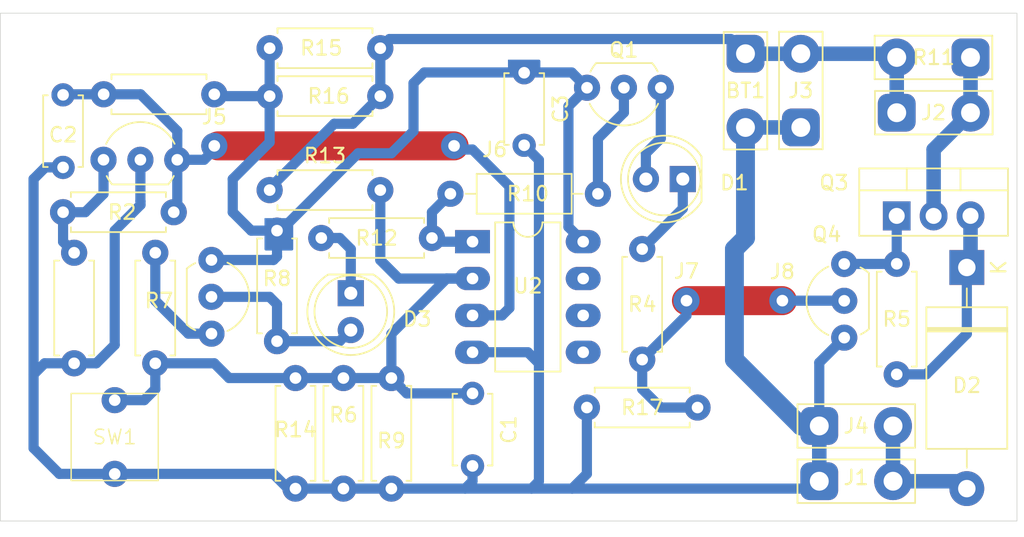
<source format=kicad_pcb>
(kicad_pcb (version 20240108) (generator "pcbnew") (generator_version "8.0")
  (layers (0 "F.Cu" signal) (31 "B.Cu" signal) (34 "B.Paste" user) (35 "F.Paste" user) (36 "B.SilkS" user "B.Silkscreen") (37 "F.SilkS" user "F.Silkscreen") (38 "B.Mask" user) (39 "F.Mask" user) (44 "Edge.Cuts" user))
  (net 0 "")
  (net 1 "+BATT")
  (net 2 "GND")
  (net 3 "Net-(U2A--)")
  (net 4 "/Vref")
  (net 5 "Net-(D1-K)")
  (net 6 "Net-(D1-A)")
  (net 7 "Net-(D2-K)")
  (net 8 "Net-(D2-A)")
  (net 9 "Net-(D3-K)")
  (net 10 "Net-(D3-A)")
  (net 11 "Net-(Q1-B)")
  (net 12 "Net-(Q2-C)")
  (net 13 "Net-(Q3-G)")
  (net 14 "Net-(J2-Pin_2)")
  (net 15 "/Q4_base")
  (net 16 "Net-(U1-REF)")
  (net 17 "Net-(R10-Pad1)")
  (net 21 "VCC_FILT")
  (footprint "Resistor_THT:R_Axial_DIN0207_L6.3mm_D2.5mm_P7.62mm_Horizontal" (layer "F.Cu") (at 145.796 44.577 180)
    (property "Reference" "R16" (at 3.556 0 180) (layer "F.SilkS"))
    (property "Value" "optional")
    (fp_line (start 7.08 1.37) (end 7.08 1.04) (stroke (width 0.12)) (layer "F.SilkS"))
    (fp_line (start 7.08 -1.37) (end 7.08 -1.04) (stroke (width 0.12)) (layer "F.SilkS"))
    (fp_line (start 0.54 1.37) (end 7.08 1.37) (stroke (width 0.12)) (layer "F.SilkS"))
    (fp_line (start 0.54 1.04) (end 0.54 1.37) (stroke (width 0.12)) (layer "F.SilkS"))
    (fp_line (start 0.54 -1.04) (end 0.54 -1.37) (stroke (width 0.12)) (layer "F.SilkS"))
    (fp_line (start 0.54 -1.37) (end 7.08 -1.37) (stroke (width 0.12)) (layer "F.SilkS"))
    (pad "1" thru_hole circle (at 0 0 180) (size 1.8 1.8) (drill 0.8) (layers "*.Cu" "*.Mask") (net 1 "+BATT"))
    (pad "2" thru_hole circle (at 7.62 0 180) (size 1.8 1.8) (drill 0.8) (layers "*.Cu" "*.Mask") (net 21 "VCC_FILT"))
  )
  (footprint "TestPoint:TestPoint_2Pads_Pitch5.08mm_Drill1.3mm" (layer "F.Cu") (at 181.356 45.72)
    (property "Reference" "J2" (at 2.54 0 0) (layer "F.SilkS"))
    (property "Value" "Conn_01x02_Pin")
    (fp_line (start -1.5 -1.5) (end -1.5 1.5) (stroke (width 0.12)) (layer "F.SilkS"))
    (fp_line (start -1.5 -1.5) (end 6.6 -1.5) (stroke (width 0.12)) (layer "F.SilkS"))
    (fp_line (start 6.6 1.5) (end -1.5 1.5) (stroke (width 0.12)) (layer "F.SilkS"))
    (fp_line (start 6.6 1.5) (end 6.6 -1.5) (stroke (width 0.12)) (layer "F.SilkS"))
    (pad "1" thru_hole roundrect (at 0 0) (size 2.6 2.6) (drill 1.3) (layers "*.Cu" "*.Mask") (net 1 "+BATT"))
    (pad "2" thru_hole circle (at 5.08 0) (size 2.6 2.6) (drill 1.3) (layers "*.Cu" "*.Mask") (net 14 "Net-(J2-Pin_2)"))
  )
  (footprint "TestPoint:TestPoint_2Pads_Pitch5.08mm_Drill1.3mm" (layer "F.Cu") (at 174.752 46.736 90)
    (property "Reference" "J3" (at 2.54 0 0) (layer "F.SilkS"))
    (property "Value" "Conn_01x02_Pin")
    (fp_line (start -1.5 -1.5) (end 6.6 -1.5) (stroke (width 0.12)) (layer "F.SilkS"))
    (fp_line (start -1.5 -1.5) (end -1.5 1.5) (stroke (width 0.12)) (layer "F.SilkS"))
    (fp_line (start 6.6 1.5) (end 6.6 -1.5) (stroke (width 0.12)) (layer "F.SilkS"))
    (fp_line (start 6.6 1.5) (end -1.5 1.5) (stroke (width 0.12)) (layer "F.SilkS"))
    (pad "1" thru_hole roundrect (at 0 0 90) (size 2.6 2.6) (drill 1.3) (layers "*.Cu" "*.Mask") (net 2 "GND"))
    (pad "2" thru_hole circle (at 5.08 0 90) (size 2.6 2.6) (drill 1.3) (layers "*.Cu" "*.Mask") (net 1 "+BATT"))
  )
  (footprint "Connector_Wire:SolderWire-0.1sqmm_1x01_D0.4mm_OD1mm" (layer "F.Cu") (at 166.878 58.674 90)
    (property "Reference" "J7" (at 2.032 0 180) (layer "F.SilkS"))
    (property "Value" "Conn_01x01_Pin")
    (pad "1" thru_hole circle (at 0 0 90) (size 1.8 1.8) (drill 0.8) (layers "*.Cu" "*.Mask") (net 15 "/Q4_base"))
  )
  (footprint "Package_TO_SOT_THT:TO-92L_Inline_Wide" (layer "F.Cu") (at 177.742 61.224 90)
    (property "Reference" "Q4" (at 7.122 -1.212 0) (layer "F.SilkS"))
    (property "Value" "Q_NPN_EBC")
    (fp_line (start 0.6 1.7) (end 4.45 1.7) (stroke (width 0.12)) (layer "F.SilkS"))
    (fp_arc (start 2.54 -2.6) (mid 3.936979 -2.192818) (end 4.8964 -1.098807) (stroke (width 0.12)) (layer "F.SilkS"))
    (fp_arc (start 0.1836 -1.098807) (mid 1.143021 -2.192817) (end 2.54 -2.6) (stroke (width 0.12)) (layer "F.SilkS"))
    (fp_arc (start 4.842383 1.112264) (mid 4.666594 1.419753) (end 4.45 1.7) (stroke (width 0.12)) (layer "F.SilkS"))
    (fp_arc (start 0.6 1.7) (mid 0.389183 1.423933) (end 0.217369 1.122045) (stroke (width 0.12)) (layer "F.SilkS"))
    (pad "1" thru_hole circle (at 0 0 90) (size 1.8 1.8) (drill 0.8) (layers "*.Cu" "*.Mask") (net 2 "GND"))
    (pad "2" thru_hole circle (at 2.54 0 90) (size 1.8 1.8) (drill 0.8) (layers "*.Cu" "*.Mask") (net 15 "/Q4_base"))
    (pad "3" thru_hole circle (at 5.08 0 90) (size 1.8 1.8) (drill 0.8) (layers "*.Cu" "*.Mask") (net 13 "Net-(Q3-G)"))
  )
  (footprint "Resistor_THT:R_Axial_DIN0207_L6.3mm_D2.5mm_P7.62mm_Horizontal" (layer "F.Cu") (at 143.256 64.008 -90)
    (property "Reference" "R6" (at 2.54 0 180) (layer "F.SilkS"))
    (property "Value" "150k")
    (fp_line (start 0.54 1.37) (end 7.08 1.37) (stroke (width 0.12)) (layer "F.SilkS"))
    (fp_line (start 7.08 1.37) (end 7.08 1.04) (stroke (width 0.12)) (layer "F.SilkS"))
    (fp_line (start 0.54 1.04) (end 0.54 1.37) (stroke (width 0.12)) (layer "F.SilkS"))
    (fp_line (start 0.54 -1.04) (end 0.54 -1.37) (stroke (width 0.12)) (layer "F.SilkS"))
    (fp_line (start 0.54 -1.37) (end 7.08 -1.37) (stroke (width 0.12)) (layer "F.SilkS"))
    (fp_line (start 7.08 -1.37) (end 7.08 -1.04) (stroke (width 0.12)) (layer "F.SilkS"))
    (pad "1" thru_hole circle (at 0 0 270) (size 1.8 1.8) (drill 0.8) (layers "*.Cu" "*.Mask") (net 3 "Net-(U2A--)"))
    (pad "2" thru_hole circle (at 7.62 0 270) (size 1.8 1.8) (drill 0.8) (layers "*.Cu" "*.Mask") (net 2 "GND"))
  )
  (footprint "Capacitor_THT:C_Disc_D4.7mm_W2.5mm_P5.00mm" (layer "F.Cu") (at 152.146 65.064 -90)
    (property "Reference" "C1" (at 2.5 -2.5 -90) (layer "F.SilkS"))
    (property "Value" "47n")
    (fp_line (start 0.03 1.37) (end 4.97 1.37) (stroke (width 0.12)) (layer "F.SilkS"))
    (fp_line (start 0.03 1.055) (end 0.03 1.37) (stroke (width 0.12)) (layer "F.SilkS"))
    (fp_line (start 4.97 1.055) (end 4.97 1.37) (stroke (width 0.12)) (layer "F.SilkS"))
    (fp_line (start 0.03 -1.37) (end 0.03 -1.055) (stroke (width 0.12)) (layer "F.SilkS"))
    (fp_line (start 0.03 -1.37) (end 4.97 -1.37) (stroke (width 0.12)) (layer "F.SilkS"))
    (fp_line (start 4.97 -1.37) (end 4.97 -1.055) (stroke (width 0.12)) (layer "F.SilkS"))
    (pad "1" thru_hole circle (at 0 0 270) (size 1.6 1.6) (drill 0.8) (layers "*.Cu" "*.Mask") (net 3 "Net-(U2A--)"))
    (pad "2" thru_hole circle (at 5 0 270) (size 1.6 1.6) (drill 0.8) (layers "*.Cu" "*.Mask") (net 2 "GND"))
  )
  (footprint "Resistor_THT:R_Axial_DIN0207_L6.3mm_D2.5mm_P7.62mm_Horizontal" (layer "F.Cu") (at 130.302 55.372 -90)
    (property "Reference" "R7" (at 3.302 -0.254 180) (layer "F.SilkS"))
    (property "Value" "22k")
    (fp_line (start 0.54 1.37) (end 7.08 1.37) (stroke (width 0.12)) (layer "F.SilkS"))
    (fp_line (start 7.08 1.37) (end 7.08 1.04) (stroke (width 0.12)) (layer "F.SilkS"))
    (fp_line (start 0.54 1.04) (end 0.54 1.37) (stroke (width 0.12)) (layer "F.SilkS"))
    (fp_line (start 0.54 -1.04) (end 0.54 -1.37) (stroke (width 0.12)) (layer "F.SilkS"))
    (fp_line (start 0.54 -1.37) (end 7.08 -1.37) (stroke (width 0.12)) (layer "F.SilkS"))
    (fp_line (start 7.08 -1.37) (end 7.08 -1.04) (stroke (width 0.12)) (layer "F.SilkS"))
    (pad "1" thru_hole circle (at 0 0 270) (size 1.8 1.8) (drill 0.8) (layers "*.Cu" "*.Mask") (net 12 "Net-(Q2-C)"))
    (pad "2" thru_hole circle (at 7.62 0 270) (size 1.8 1.8) (drill 0.8) (layers "*.Cu" "*.Mask") (net 3 "Net-(U2A--)"))
  )
  (footprint "TestPoint:TestPoint_2Pads_Pitch5.08mm_Drill1.3mm" (layer "F.Cu") (at 170.942 41.656 -90)
    (property "Reference" "BT1" (at 2.54 0 180) (layer "F.SilkS"))
    (property "Value" "Battery")
    (fp_line (start 6.6 1.5) (end -1.5 1.5) (stroke (width 0.12)) (layer "F.SilkS"))
    (fp_line (start 6.6 1.5) (end 6.6 -1.5) (stroke (width 0.12)) (layer "F.SilkS"))
    (fp_line (start -1.5 -1.5) (end -1.5 1.5) (stroke (width 0.12)) (layer "F.SilkS"))
    (fp_line (start -1.5 -1.5) (end 6.6 -1.5) (stroke (width 0.12)) (layer "F.SilkS"))
    (pad "1" thru_hole roundrect (at 0 0 270) (size 2.6 2.6) (drill 1.3) (layers "*.Cu" "*.Mask") (net 1 "+BATT"))
    (pad "2" thru_hole circle (at 5.08 0 270) (size 2.6 2.6) (drill 1.3) (layers "*.Cu" "*.Mask") (net 2 "GND"))
  )
  (footprint "Resistor_THT:R_Axial_DIN0207_L6.3mm_D2.5mm_P7.62mm_Horizontal" (layer "F.Cu") (at 149.352 54.356 180)
    (property "Reference" "R12" (at 3.81 0 180) (layer "F.SilkS"))
    (property "Value" "5.1k")
    (fp_line (start 7.08 1.37) (end 7.08 1.04) (stroke (width 0.12)) (layer "F.SilkS"))
    (fp_line (start 7.08 -1.37) (end 7.08 -1.04) (stroke (width 0.12)) (layer "F.SilkS"))
    (fp_line (start 0.54 1.37) (end 7.08 1.37) (stroke (width 0.12)) (layer "F.SilkS"))
    (fp_line (start 0.54 1.04) (end 0.54 1.37) (stroke (width 0.12)) (layer "F.SilkS"))
    (fp_line (start 0.54 -1.04) (end 0.54 -1.37) (stroke (width 0.12)) (layer "F.SilkS"))
    (fp_line (start 0.54 -1.37) (end 7.08 -1.37) (stroke (width 0.12)) (layer "F.SilkS"))
    (pad "1" thru_hole circle (at 0 0 180) (size 1.8 1.8) (drill 0.8) (layers "*.Cu" "*.Mask") (net 17 "Net-(R10-Pad1)"))
    (pad "2" thru_hole circle (at 7.62 0 180) (size 1.8 1.8) (drill 0.8) (layers "*.Cu" "*.Mask") (net 9 "Net-(D3-K)"))
  )
  (footprint "Package_TO_SOT_THT:TO-92L_Inline_Wide" (layer "F.Cu") (at 126.736 48.964)
    (property "Reference" "U1" (hide yes))
    (property "Value" "TL431LP")
    (fp_line (start 0.6 1.7) (end 4.45 1.7) (stroke (width 0.12)) (layer "F.SilkS"))
    (fp_arc (start 0.1836 -1.098807) (mid 1.143021 -2.192817) (end 2.54 -2.6) (stroke (width 0.12)) (layer "F.SilkS"))
    (fp_arc (start 0.6 1.7) (mid 0.389183 1.423933) (end 0.217369 1.122045) (stroke (width 0.12)) (layer "F.SilkS"))
    (fp_arc (start 2.54 -2.6) (mid 3.936979 -2.192818) (end 4.8964 -1.098807) (stroke (width 0.12)) (layer "F.SilkS"))
    (fp_arc (start 4.842383 1.112264) (mid 4.666594 1.419753) (end 4.45 1.7) (stroke (width 0.12)) (layer "F.SilkS"))
    (pad "1" thru_hole circle (at 0 0) (size 1.8 1.8) (drill 0.8) (layers "*.Cu" "*.Mask") (net 16 "Net-(U1-REF)"))
    (pad "2" thru_hole circle (at 2.54 0) (size 1.8 1.8) (drill 0.8) (layers "*.Cu" "*.Mask") (net 2 "GND"))
    (pad "3" thru_hole circle (at 5.08 0) (size 1.8 1.8) (drill 0.8) (layers "*.Cu" "*.Mask") (net 4 "/Vref"))
  )
  (footprint "TestPoint:TestPoint_2Pads_Pitch5.08mm_Drill1.3mm" (layer "F.Cu") (at 176.022 71.12)
    (property "Reference" "J1" (at 2.54 -0.254 0) (layer "F.SilkS"))
    (property "Value" "Conn_01x02_Pin")
    (fp_line (start -1.5 -1.5) (end -1.5 1.5) (stroke (width 0.12)) (layer "F.SilkS"))
    (fp_line (start -1.5 -1.5) (end 6.6 -1.5) (stroke (width 0.12)) (layer "F.SilkS"))
    (fp_line (start 6.6 1.5) (end -1.5 1.5) (stroke (width 0.12)) (layer "F.SilkS"))
    (fp_line (start 6.6 1.5) (end 6.6 -1.5) (stroke (width 0.12)) (layer "F.SilkS"))
    (pad "1" thru_hole roundrect (at 0 0) (size 2.6 2.6) (drill 1.3) (layers "*.Cu" "*.Mask") (net 2 "GND"))
    (pad "2" thru_hole circle (at 5.08 0) (size 2.6 2.6) (drill 1.3) (layers "*.Cu" "*.Mask") (net 8 "Net-(D2-A)"))
  )
  (footprint "Resistor_THT:R_Axial_DIN0207_L6.3mm_D2.5mm_P10.16mm_Horizontal" (layer "F.Cu") (at 150.622 51.308)
    (property "Reference" "R10" (at 5.334 0 0) (layer "F.SilkS"))
    (property "Value" "5.1k")
    (fp_line (start 1.04 0) (end 1.81 0) (stroke (width 0.12)) (layer "F.SilkS"))
    (fp_line (start 1.81 -1.37) (end 1.81 1.37) (stroke (width 0.12)) (layer "F.SilkS"))
    (fp_line (start 1.81 1.37) (end 8.35 1.37) (stroke (width 0.12)) (layer "F.SilkS"))
    (fp_line (start 8.35 -1.37) (end 1.81 -1.37) (stroke (width 0.12)) (layer "F.SilkS"))
    (fp_line (start 8.35 1.37) (end 8.35 -1.37) (stroke (width 0.12)) (layer "F.SilkS"))
    (fp_line (start 9.12 0) (end 8.35 0) (stroke (width 0.12)) (layer "F.SilkS"))
    (pad "1" thru_hole circle (at 0 0) (size 1.8 1.8) (drill 0.8) (layers "*.Cu" "*.Mask") (net 17 "Net-(R10-Pad1)"))
    (pad "2" thru_hole circle (at 10.16 0) (size 1.8 1.8) (drill 0.8) (layers "*.Cu" "*.Mask") (net 11 "Net-(Q1-B)"))
  )
  (footprint "Resistor_THT:R_Axial_DIN0207_L6.3mm_D2.5mm_P7.62mm_Horizontal" (layer "F.Cu") (at 163.83 55.118 -90)
    (property "Reference" "R4" (at 3.81 0 180) (layer "F.SilkS"))
    (property "Value" "5.1k")
    (fp_line (start 0.54 1.37) (end 7.08 1.37) (stroke (width 0.12)) (layer "F.SilkS"))
    (fp_line (start 7.08 1.37) (end 7.08 1.04) (stroke (width 0.12)) (layer "F.SilkS"))
    (fp_line (start 0.54 1.04) (end 0.54 1.37) (stroke (width 0.12)) (layer "F.SilkS"))
    (fp_line (start 0.54 -1.04) (end 0.54 -1.37) (stroke (width 0.12)) (layer "F.SilkS"))
    (fp_line (start 0.54 -1.37) (end 7.08 -1.37) (stroke (width 0.12)) (layer "F.SilkS"))
    (fp_line (start 7.08 -1.37) (end 7.08 -1.04) (stroke (width 0.12)) (layer "F.SilkS"))
    (pad "1" thru_hole circle (at 0 0 270) (size 1.8 1.8) (drill 0.8) (layers "*.Cu" "*.Mask") (net 5 "Net-(D1-K)"))
    (pad "2" thru_hole circle (at 7.62 0 270) (size 1.8 1.8) (drill 0.8) (layers "*.Cu" "*.Mask") (net 15 "/Q4_base"))
  )
  (footprint "Connector_Wire:SolderWire-0.1sqmm_1x01_D0.4mm_OD1mm" (layer "F.Cu") (at 150.876 48.006)
    (property "Reference" "J6" (at 2.794 0.254 0) (layer "F.SilkS"))
    (property "Value" "Conn_01x01_Pin")
    (pad "1" thru_hole circle (at 0 0) (size 1.8 1.8) (drill 0.8) (layers "*.Cu" "*.Mask") (net 4 "/Vref"))
  )
  (footprint "TestPoint:TestPoint_2Pads_Pitch5.08mm_Drill1.3mm" (layer "F.Cu") (at 186.436 41.91 180)
    (property "Reference" "R11" (at 2.54 0 180) (layer "F.SilkS"))
    (property "Value" "10")
    (fp_line (start 6.6 1.5) (end 6.6 -1.5) (stroke (width 0.12)) (layer "F.SilkS"))
    (fp_line (start 6.6 1.5) (end -1.5 1.5) (stroke (width 0.12)) (layer "F.SilkS"))
    (fp_line (start -1.5 -1.5) (end 6.6 -1.5) (stroke (width 0.12)) (layer "F.SilkS"))
    (fp_line (start -1.5 -1.5) (end -1.5 1.5) (stroke (width 0.12)) (layer "F.SilkS"))
    (pad "1" thru_hole roundrect (at 0 0 180) (size 2.6 2.6) (drill 1.3) (layers "*.Cu" "*.Mask") (net 14 "Net-(J2-Pin_2)"))
    (pad "2" thru_hole circle (at 5.08 0 180) (size 2.6 2.6) (drill 1.3) (layers "*.Cu" "*.Mask") (net 1 "+BATT"))
  )
  (footprint "Diode_THT:D_DO-27_P15.24mm_Horizontal" (layer "F.Cu") (at 186.182 56.388 -90)
    (property "Reference" "D2" (at 8.128 0 180) (layer "F.SilkS"))
    (property "Value" "schottky")
    (fp_line (start 2.74 2.785) (end 12.5 2.785) (stroke (width 0.12)) (layer "F.SilkS"))
    (fp_line (start 12.5 2.785) (end 12.5 -2.785) (stroke (width 0.12)) (layer "F.SilkS"))
    (fp_line (start 1.44 0) (end 2.74 0) (stroke (width 0.12)) (layer "F.SilkS"))
    (fp_line (start 13.8 0) (end 12.5 0) (stroke (width 0.12)) (layer "F.SilkS"))
    (fp_line (start 2.74 -2.785) (end 2.74 2.785) (stroke (width 0.12)) (layer "F.SilkS"))
    (fp_line (start 4.168 -2.785) (end 4.168 2.785) (stroke (width 0.12)) (layer "F.SilkS"))
    (fp_line (start 4.288 -2.785) (end 4.288 2.785) (stroke (width 0.12)) (layer "F.SilkS"))
    (fp_line (start 4.408 -2.785) (end 4.408 2.785) (stroke (width 0.12)) (layer "F.SilkS"))
    (fp_line (start 12.5 -2.785) (end 2.74 -2.785) (stroke (width 0.12)) (layer "F.SilkS"))
    (fp_text user "K" (at 0 -2.2 90) (layer "F.SilkS"))
    (pad "1" thru_hole rect (at 0 0 270) (size 2.4 2.4) (drill 1.2) (layers "*.Cu" "*.Mask") (net 7 "Net-(D2-K)"))
    (pad "2" thru_hole oval (at 15.24 0 270) (size 2.4 2.4) (drill 1.2) (layers "*.Cu" "*.Mask") (net 8 "Net-(D2-A)"))
  )
  (footprint "Capacitor_THT:C_Disc_D4.7mm_W2.5mm_P5.00mm" (layer "F.Cu") (at 155.702 42.966 -90)
    (property "Reference" "C3" (at 2.5 -2.5 -90) (layer "F.SilkS"))
    (property "Value" "10u")
    (fp_line (start 0.03 1.37) (end 4.97 1.37) (stroke (width 0.12)) (layer "F.SilkS"))
    (fp_line (start 0.03 1.055) (end 0.03 1.37) (stroke (width 0.12)) (layer "F.SilkS"))
    (fp_line (start 4.97 1.055) (end 4.97 1.37) (stroke (width 0.12)) (layer "F.SilkS"))
    (fp_line (start 0.03 -1.37) (end 0.03 -1.055) (stroke (width 0.12)) (layer "F.SilkS"))
    (fp_line (start 0.03 -1.37) (end 4.97 -1.37) (stroke (width 0.12)) (layer "F.SilkS"))
    (fp_line (start 4.97 -1.37) (end 4.97 -1.055) (stroke (width 0.12)) (layer "F.SilkS"))
    (pad "1" thru_hole circle (at 0 0 270) (size 1.6 1.6) (drill 0.8) (layers "*.Cu" "*.Mask") (net 21 "VCC_FILT"))
    (pad "2" thru_hole circle (at 5 0 270) (size 1.6 1.6) (drill 0.8) (layers "*.Cu" "*.Mask") (net 2 "GND"))
  )
  (footprint "Resistor_THT:R_Axial_DIN0207_L6.3mm_D2.5mm_P7.62mm_Horizontal" (layer "F.Cu") (at 124.714 55.372 -90)
    (property "Reference" "R3" (hide yes))
    (property "Value" "10k")
    (fp_line (start 0.54 1.37) (end 7.08 1.37) (stroke (width 0.12)) (layer "F.SilkS"))
    (fp_line (start 7.08 1.37) (end 7.08 1.04) (stroke (width 0.12)) (layer "F.SilkS"))
    (fp_line (start 0.54 1.04) (end 0.54 1.37) (stroke (width 0.12)) (layer "F.SilkS"))
    (fp_line (start 0.54 -1.04) (end 0.54 -1.37) (stroke (width 0.12)) (layer "F.SilkS"))
    (fp_line (start 0.54 -1.37) (end 7.08 -1.37) (stroke (width 0.12)) (layer "F.SilkS"))
    (fp_line (start 7.08 -1.37) (end 7.08 -1.04) (stroke (width 0.12)) (layer "F.SilkS"))
    (pad "1" thru_hole circle (at 0 0 270) (size 1.8 1.8) (drill 0.8) (layers "*.Cu" "*.Mask") (net 16 "Net-(U1-REF)"))
    (pad "2" thru_hole circle (at 7.62 0 270) (size 1.8 1.8) (drill 0.8) (layers "*.Cu" "*.Mask") (net 2 "GND"))
  )
  (footprint "Resistor_THT:R_Axial_DIN0207_L6.3mm_D2.5mm_P7.62mm_Horizontal" (layer "F.Cu") (at 139.954 64.008 -90)
    (property "Reference" "R14" (at 3.556 0 180) (layer "F.SilkS"))
    (property "Value" "optional")
    (fp_line (start 0.54 1.37) (end 7.08 1.37) (stroke (width 0.12)) (layer "F.SilkS"))
    (fp_line (start 7.08 1.37) (end 7.08 1.04) (stroke (width 0.12)) (layer "F.SilkS"))
    (fp_line (start 0.54 1.04) (end 0.54 1.37) (stroke (width 0.12)) (layer "F.SilkS"))
    (fp_line (start 0.54 -1.04) (end 0.54 -1.37) (stroke (width 0.12)) (layer "F.SilkS"))
    (fp_line (start 0.54 -1.37) (end 7.08 -1.37) (stroke (width 0.12)) (layer "F.SilkS"))
    (fp_line (start 7.08 -1.37) (end 7.08 -1.04) (stroke (width 0.12)) (layer "F.SilkS"))
    (pad "1" thru_hole circle (at 0 0 270) (size 1.8 1.8) (drill 0.8) (layers "*.Cu" "*.Mask") (net 3 "Net-(U2A--)"))
    (pad "2" thru_hole circle (at 7.62 0 270) (size 1.8 1.8) (drill 0.8) (layers "*.Cu" "*.Mask") (net 2 "GND"))
  )
  (footprint "Resistor_THT:R_Axial_DIN0207_L6.3mm_D2.5mm_P7.62mm_Horizontal" (layer "F.Cu") (at 138.684 53.848 -90)
    (property "Reference" "R8" (at 3.302 0 180) (layer "F.SilkS"))
    (property "Value" "56k")
    (fp_line (start 0.54 1.37) (end 7.08 1.37) (stroke (width 0.12)) (layer "F.SilkS"))
    (fp_line (start 7.08 1.37) (end 7.08 1.04) (stroke (width 0.12)) (layer "F.SilkS"))
    (fp_line (start 0.54 1.04) (end 0.54 1.37) (stroke (width 0.12)) (layer "F.SilkS"))
    (fp_line (start 0.54 -1.04) (end 0.54 -1.37) (stroke (width 0.12)) (layer "F.SilkS"))
    (fp_line (start 0.54 -1.37) (end 7.08 -1.37) (stroke (width 0.12)) (layer "F.SilkS"))
    (fp_line (start 7.08 -1.37) (end 7.08 -1.04) (stroke (width 0.12)) (layer "F.SilkS"))
    (pad "1" thru_hole circle (at 0 0 270) (size 1.8 1.8) (drill 0.8) (layers "*.Cu" "*.Mask") (net 21 "VCC_FILT"))
    (pad "2" thru_hole circle (at 7.62 0 270) (size 1.8 1.8) (drill 0.8) (layers "*.Cu" "*.Mask") (net 10 "Net-(D3-A)"))
  )
  (footprint "Resistor_THT:R_Axial_DIN0207_L6.3mm_D2.5mm_P7.62mm_Horizontal" (layer "F.Cu") (at 126.746 44.45)
    (property "Reference" "R1" (hide yes))
    (property "Value" "4.7k")
    (fp_line (start 0.54 -1.37) (end 7.08 -1.37) (stroke (width 0.12)) (layer "F.SilkS"))
    (fp_line (start 0.54 -1.04) (end 0.54 -1.37) (stroke (width 0.12)) (layer "F.SilkS"))
    (fp_line (start 0.54 1.04) (end 0.54 1.37) (stroke (width 0.12)) (layer "F.SilkS"))
    (fp_line (start 0.54 1.37) (end 7.08 1.37) (stroke (width 0.12)) (layer "F.SilkS"))
    (fp_line (start 7.08 -1.37) (end 7.08 -1.04) (stroke (width 0.12)) (layer "F.SilkS"))
    (fp_line (start 7.08 1.37) (end 7.08 1.04) (stroke (width 0.12)) (layer "F.SilkS"))
    (pad "1" thru_hole circle (at 0 0) (size 1.8 1.8) (drill 0.8) (layers "*.Cu" "*.Mask") (net 4 "/Vref"))
    (pad "2" thru_hole circle (at 7.62 0) (size 1.8 1.8) (drill 0.8) (layers "*.Cu" "*.Mask") (net 21 "VCC_FILT"))
  )
  (footprint "Resistor_THT:R_Axial_DIN0207_L6.3mm_D2.5mm_P7.62mm_Horizontal" (layer "F.Cu") (at 181.356 56.134 -90)
    (property "Reference" "R5" (at 3.81 0 180) (layer "F.SilkS"))
    (property "Value" "39k")
    (fp_line (start 0.54 1.37) (end 7.08 1.37) (stroke (width 0.12)) (layer "F.SilkS"))
    (fp_line (start 7.08 1.37) (end 7.08 1.04) (stroke (width 0.12)) (layer "F.SilkS"))
    (fp_line (start 0.54 1.04) (end 0.54 1.37) (stroke (width 0.12)) (layer "F.SilkS"))
    (fp_line (start 0.54 -1.04) (end 0.54 -1.37) (stroke (width 0.12)) (layer "F.SilkS"))
    (fp_line (start 0.54 -1.37) (end 7.08 -1.37) (stroke (width 0.12)) (layer "F.SilkS"))
    (fp_line (start 7.08 -1.37) (end 7.08 -1.04) (stroke (width 0.12)) (layer "F.SilkS"))
    (pad "1" thru_hole circle (at 0 0 270) (size 1.8 1.8) (drill 0.8) (layers "*.Cu" "*.Mask") (net 13 "Net-(Q3-G)"))
    (pad "2" thru_hole circle (at 7.62 0 270) (size 1.8 1.8) (drill 0.8) (layers "*.Cu" "*.Mask") (net 7 "Net-(D2-K)"))
  )
  (footprint "Resistor_THT:R_Axial_DIN0207_L6.3mm_D2.5mm_P7.62mm_Horizontal" (layer "F.Cu") (at 146.558 64.008 -90)
    (property "Reference" "R9" (at 4.318 0 180) (layer "F.SilkS"))
    (property "Value" "12k")
    (fp_line (start 0.54 1.37) (end 7.08 1.37) (stroke (width 0.12)) (layer "F.SilkS"))
    (fp_line (start 7.08 1.37) (end 7.08 1.04) (stroke (width 0.12)) (layer "F.SilkS"))
    (fp_line (start 0.54 1.04) (end 0.54 1.37) (stroke (width 0.12)) (layer "F.SilkS"))
    (fp_line (start 0.54 -1.04) (end 0.54 -1.37) (stroke (width 0.12)) (layer "F.SilkS"))
    (fp_line (start 0.54 -1.37) (end 7.08 -1.37) (stroke (width 0.12)) (layer "F.SilkS"))
    (fp_line (start 7.08 -1.37) (end 7.08 -1.04) (stroke (width 0.12)) (layer "F.SilkS"))
    (pad "1" thru_hole circle (at 0 0 270) (size 1.8 1.8) (drill 0.8) (layers "*.Cu" "*.Mask") (net 3 "Net-(U2A--)"))
    (pad "2" thru_hole circle (at 7.62 0 270) (size 1.8 1.8) (drill 0.8) (layers "*.Cu" "*.Mask") (net 2 "GND"))
  )
  (footprint "Package_DIP:DIP-8_W7.62mm_LongPads" (layer "F.Cu") (at 152.146 54.61)
    (property "Reference" "U2" (at 3.81 3.048 0) (layer "F.SilkS"))
    (property "Value" "LM358")
    (fp_line (start 1.56 -1.33) (end 1.56 8.95) (stroke (width 0.12)) (layer "F.SilkS"))
    (fp_line (start 1.56 8.95) (end 6.06 8.95) (stroke (width 0.12)) (layer "F.SilkS"))
    (fp_line (start 2.81 -1.33) (end 1.56 -1.33) (stroke (width 0.12)) (layer "F.SilkS"))
    (fp_line (start 6.06 -1.33) (end 4.81 -1.33) (stroke (width 0.12)) (layer "F.SilkS"))
    (fp_line (start 6.06 8.95) (end 6.06 -1.33) (stroke (width 0.12)) (layer "F.SilkS"))
    (fp_arc (start 4.81 -1.33) (mid 3.81 -0.33) (end 2.81 -1.33) (stroke (width 0.12)) (layer "F.SilkS"))
    (pad "1" thru_hole rect (at 0 0) (size 2.4 1.6) (drill 0.8) (layers "*.Cu" "*.Mask") (net 17 "Net-(R10-Pad1)"))
    (pad "2" thru_hole oval (at 0 2.54) (size 2.4 1.6) (drill 0.8) (layers "*.Cu" "*.Mask") (net 3 "Net-(U2A--)"))
    (pad "3" thru_hole oval (at 0 5.08) (size 2.4 1.6) (drill 0.8) (layers "*.Cu" "*.Mask") (net 4 "/Vref"))
    (pad "4" thru_hole oval (at 0 7.62) (size 2.4 1.6) (drill 0.8) (layers "*.Cu" "*.Mask") (net 2 "GND"))
    (pad "5" thru_hole oval (at 7.62 7.62) (size 2.4 1.6) (drill 0.8) (layers "*.Cu" "*.Mask"))
    (pad "6" thru_hole oval (at 7.62 5.08) (size 2.4 1.6) (drill 0.8) (layers "*.Cu" "*.Mask"))
    (pad "7" thru_hole oval (at 7.62 2.54) (size 2.4 1.6) (drill 0.8) (layers "*.Cu" "*.Mask"))
    (pad "8" thru_hole oval (at 7.62 0) (size 2.4 1.6) (drill 0.8) (layers "*.Cu" "*.Mask") (net 21 "VCC_FILT"))
  )
  (footprint "Connector_Wire:SolderWire-0.1sqmm_1x01_D0.4mm_OD1mm" (layer "F.Cu") (at 134.366 48.006)
    (property "Reference" "J5" (at 0 -2 0) (layer "F.SilkS"))
    (property "Value" "Conn_01x01_Pin")
    (pad "1" thru_hole circle (at 0 0) (size 1.8 1.8) (drill 0.8) (layers "*.Cu" "*.Mask") (net 4 "/Vref"))
  )
  (footprint "Package_TO_SOT_THT:TO-220-3_Vertical" (layer "F.Cu") (at 181.356 52.832)
    (property "Reference" "Q3" (at -4.318 -2.286 0) (layer "F.SilkS"))
    (property "Value" "IRF9540N")
    (fp_line (start -2.58 -3.27) (end -2.58 1.371) (stroke (width 0.12)) (layer "F.SilkS"))
    (fp_line (start -2.58 -3.27) (end 7.66 -3.27) (stroke (width 0.12)) (layer "F.SilkS"))
    (fp_line (start -2.58 -1.76) (end 7.66 -1.76) (stroke (width 0.12)) (layer "F.SilkS"))
    (fp_line (start -2.58 1.371) (end 7.66 1.371) (stroke (width 0.12)) (layer "F.SilkS"))
    (fp_line (start 0.69 -3.27) (end 0.69 -1.76) (stroke (width 0.12)) (layer "F.SilkS"))
    (fp_line (start 4.391 -3.27) (end 4.391 -1.76) (stroke (width 0.12)) (layer "F.SilkS"))
    (fp_line (start 7.66 -3.27) (end 7.66 1.371) (stroke (width 0.12)) (layer "F.SilkS"))
    (pad "1" thru_hole rect (at 0 0) (size 1.905 2) (drill 1.1) (layers "*.Cu" "*.Mask") (net 13 "Net-(Q3-G)"))
    (pad "2" thru_hole oval (at 2.54 0) (size 1.905 2) (drill 1.1) (layers "*.Cu" "*.Mask") (net 14 "Net-(J2-Pin_2)"))
    (pad "3" thru_hole oval (at 5.08 0) (size 1.905 2) (drill 1.1) (layers "*.Cu" "*.Mask") (net 7 "Net-(D2-K)"))
  )
  (footprint "Capacitor_THT:C_Disc_D4.7mm_W2.5mm_P5.00mm" (layer "F.Cu") (at 123.952 44.49 -90)
    (property "Reference" "C2" (at 2.754 0 0) (layer "F.SilkS"))
    (property "Value" "10u")
    (fp_line (start 0.03 1.37) (end 4.97 1.37) (stroke (width 0.12)) (layer "F.SilkS"))
    (fp_line (start 0.03 1.055) (end 0.03 1.37) (stroke (width 0.12)) (layer "F.SilkS"))
    (fp_line (start 4.97 1.055) (end 4.97 1.37) (stroke (width 0.12)) (layer "F.SilkS"))
    (fp_line (start 0.03 -1.37) (end 0.03 -1.055) (stroke (width 0.12)) (layer "F.SilkS"))
    (fp_line (start 0.03 -1.37) (end 4.97 -1.37) (stroke (width 0.12)) (layer "F.SilkS"))
    (fp_line (start 4.97 -1.37) (end 4.97 -1.055) (stroke (width 0.12)) (layer "F.SilkS"))
    (pad "1" thru_hole circle (at 0 0 270) (size 1.6 1.6) (drill 0.8) (layers "*.Cu" "*.Mask") (net 4 "/Vref"))
    (pad "2" thru_hole circle (at 5 0 270) (size 1.6 1.6) (drill 0.8) (layers "*.Cu" "*.Mask") (net 2 "GND"))
  )
  (footprint "Connector_Wire:SolderWire-0.1sqmm_1x01_D0.4mm_OD1mm" (layer "F.Cu") (at 173.482 58.674)
    (property "Reference" "J8" (at 0 -2 0) (layer "F.SilkS"))
    (property "Value" "Conn_01x01_Pin")
    (pad "1" thru_hole circle (at 0 0) (size 1.8 1.8) (drill 0.8) (layers "*.Cu" "*.Mask") (net 15 "/Q4_base"))
  )
  (footprint "Resistor_THT:R_Axial_DIN0207_L6.3mm_D2.5mm_P7.62mm_Horizontal" (layer "F.Cu") (at 131.572 52.578 180)
    (property "Reference" "R2" (at 3.556 0 0) (layer "F.SilkS"))
    (property "Value" "18k")
    (fp_line (start 7.08 1.37) (end 7.08 1.04) (stroke (width 0.12)) (layer "F.SilkS"))
    (fp_line (start 7.08 -1.37) (end 7.08 -1.04) (stroke (width 0.12)) (layer "F.SilkS"))
    (fp_line (start 0.54 1.37) (end 7.08 1.37) (stroke (width 0.12)) (layer "F.SilkS"))
    (fp_line (start 0.54 1.04) (end 0.54 1.37) (stroke (width 0.12)) (layer "F.SilkS"))
    (fp_line (start 0.54 -1.04) (end 0.54 -1.37) (stroke (width 0.12)) (layer "F.SilkS"))
    (fp_line (start 0.54 -1.37) (end 7.08 -1.37) (stroke (width 0.12)) (layer "F.SilkS"))
    (pad "1" thru_hole circle (at 0 0 180) (size 1.8 1.8) (drill 0.8) (layers "*.Cu" "*.Mask") (net 4 "/Vref"))
    (pad "2" thru_hole circle (at 7.62 0 180) (size 1.8 1.8) (drill 0.8) (layers "*.Cu" "*.Mask") (net 16 "Net-(U1-REF)"))
  )
  (footprint "Resistor_THT:R_Axial_DIN0207_L6.3mm_D2.5mm_P7.62mm_Horizontal" (layer "F.Cu") (at 138.176 51.054)
    (property "Reference" "R13" (at 3.81 -2.37 0) (layer "F.SilkS"))
    (property "Value" "12k")
    (fp_line (start 0.54 -1.37) (end 7.08 -1.37) (stroke (width 0.12)) (layer "F.SilkS"))
    (fp_line (start 0.54 -1.04) (end 0.54 -1.37) (stroke (width 0.12)) (layer "F.SilkS"))
    (fp_line (start 0.54 1.04) (end 0.54 1.37) (stroke (width 0.12)) (layer "F.SilkS"))
    (fp_line (start 0.54 1.37) (end 7.08 1.37) (stroke (width 0.12)) (layer "F.SilkS"))
    (fp_line (start 7.08 -1.37) (end 7.08 -1.04) (stroke (width 0.12)) (layer "F.SilkS"))
    (fp_line (start 7.08 1.37) (end 7.08 1.04) (stroke (width 0.12)) (layer "F.SilkS"))
    (pad "1" thru_hole circle (at 0 0) (size 1.8 1.8) (drill 0.8) (layers "*.Cu" "*.Mask") (net 1 "+BATT"))
    (pad "2" thru_hole circle (at 7.62 0) (size 1.8 1.8) (drill 0.8) (layers "*.Cu" "*.Mask") (net 3 "Net-(U2A--)"))
  )
  (footprint "LED_THT:LED_D5.0mm_Clear" (layer "F.Cu") (at 166.624 50.292 180)
    (property "Reference" "D1" (at -3.556 -0.254 180) (layer "F.SilkS"))
    (property "Value" "LED_CHARGING")
    (fp_line (start -1.29 -1.545) (end -1.29 1.545) (stroke (width 0.12)) (layer "F.SilkS"))
    (fp_arc (start 4.26 -0.000462) (mid 2.072002 2.880433) (end -1.29 1.54483) (stroke (width 0.12)) (layer "F.SilkS"))
    (fp_arc (start -1.29 -1.54483) (mid 2.072002 -2.880433) (end 4.26 0.000462) (stroke (width 0.12)) (layer "F.SilkS"))
    (fp_circle (center 1.27 0) (end 3.77 0) (stroke (width 0.12)) (fill none) (layer "F.SilkS"))
    (pad "1" thru_hole rect (at 0 0 180) (size 1.8 1.8) (drill 0.9) (layers "*.Cu" "*.Mask") (net 5 "Net-(D1-K)"))
    (pad "2" thru_hole circle (at 2.54 0 180) (size 1.8 1.8) (drill 0.9) (layers "*.Cu" "*.Mask") (net 6 "Net-(D1-A)"))
  )
  (footprint "User_Library:SW_Push" (layer "F.Cu") (at 127.508 68.072 90)
    (property "Reference" "SW1" (at 0 0 0) (layer "F.SilkS") (effects (font (thickness 0.1))))
    (property "Value" "SW_Push")
    (fp_rect (start -3 -3) (end 3 3) (stroke (width 0.1)) (fill none) (layer "F.SilkS"))
    (pad "1" thru_hole circle (at -2.54 0 90) (size 1.8 1.8) (drill 0.8) (layers "*.Cu" "*.Mask") (net 2 "GND"))
    (pad "2" thru_hole circle (at 2.54 0 90) (size 1.8 1.8) (drill 0.8) (layers "*.Cu" "*.Mask") (net 3 "Net-(U2A--)"))
  )
  (footprint "Package_TO_SOT_THT:TO-92L_Inline_Wide" (layer "F.Cu") (at 134.17 55.87 -90)
    (property "Reference" "Q2" (hide yes))
    (property "Value" "Q_PNP_EBC")
    (fp_line (start 0.6 1.7) (end 4.45 1.7) (stroke (width 0.12)) (layer "F.SilkS"))
    (fp_arc (start 0.6 1.7) (mid 0.389183 1.423933) (end 0.217369 1.122045) (stroke (width 0.12)) (layer "F.SilkS"))
    (fp_arc (start 4.842383 1.112264) (mid 4.666594 1.419753) (end 4.45 1.7) (stroke (width 0.12)) (layer "F.SilkS"))
    (fp_arc (start 0.1836 -1.098807) (mid 1.143021 -2.192817) (end 2.54 -2.6) (stroke (width 0.12)) (layer "F.SilkS"))
    (fp_arc (start 2.54 -2.6) (mid 3.936979 -2.192818) (end 4.8964 -1.098807) (stroke (width 0.12)) (layer "F.SilkS"))
    (pad "1" thru_hole circle (at 0 0 270) (size 1.8 1.8) (drill 0.8) (layers "*.Cu" "*.Mask") (net 21 "VCC_FILT"))
    (pad "2" thru_hole circle (at 2.54 0 270) (size 1.8 1.8) (drill 0.8) (layers "*.Cu" "*.Mask") (net 10 "Net-(D3-A)"))
    (pad "3" thru_hole circle (at 5.08 0 270) (size 1.8 1.8) (drill 0.8) (layers "*.Cu" "*.Mask") (net 12 "Net-(Q2-C)"))
  )
  (footprint "Resistor_THT:R_Axial_DIN0207_L6.3mm_D2.5mm_P7.62mm_Horizontal" (layer "F.Cu") (at 167.64 66.04 180)
    (property "Reference" "R17" (at 3.81 0 180) (layer "F.SilkS"))
    (property "Value" "56k")
    (fp_line (start 7.08 1.37) (end 7.08 1.04) (stroke (width 0.12)) (layer "F.SilkS"))
    (fp_line (start 7.08 -1.37) (end 7.08 -1.04) (stroke (width 0.12)) (layer "F.SilkS"))
    (fp_line (start 0.54 1.37) (end 7.08 1.37) (stroke (width 0.12)) (layer "F.SilkS"))
    (fp_line (start 0.54 1.04) (end 0.54 1.37) (stroke (width 0.12)) (layer "F.SilkS"))
    (fp_line (start 0.54 -1.04) (end 0.54 -1.37) (stroke (width 0.12)) (layer "F.SilkS"))
    (fp_line (start 0.54 -1.37) (end 7.08 -1.37) (stroke (width 0.12)) (layer "F.SilkS"))
    (pad "1" thru_hole circle (at 0 0 180) (size 1.8 1.8) (drill 0.8) (layers "*.Cu" "*.Mask") (net 15 "/Q4_base"))
    (pad "2" thru_hole circle (at 7.62 0 180) (size 1.8 1.8) (drill 0.8) (layers "*.Cu" "*.Mask") (net 2 "GND"))
  )
  (footprint "TestPoint:TestPoint_2Pads_Pitch5.08mm_Drill1.3mm" (layer "F.Cu") (at 176.022 67.31)
    (property "Reference" "J4" (at 2.54 0 0) (layer "F.SilkS"))
    (property "Value" "Conn_01x02_Pin")
    (fp_line (start -1.5 -1.5) (end -1.5 1.5) (stroke (width 0.12)) (layer "F.SilkS"))
    (fp_line (start -1.5 -1.5) (end 6.6 -1.5) (stroke (width 0.12)) (layer "F.SilkS"))
    (fp_line (start 6.6 1.5) (end -1.5 1.5) (stroke (width 0.12)) (layer "F.SilkS"))
    (fp_line (start 6.6 1.5) (end 6.6 -1.5) (stroke (width 0.12)) (layer "F.SilkS"))
    (pad "1" thru_hole roundrect (at 0 0) (size 2.6 2.6) (drill 1.3) (layers "*.Cu" "*.Mask") (net 2 "GND"))
    (pad "2" thru_hole circle (at 5.08 0) (size 2.6 2.6) (drill 1.3) (layers "*.Cu" "*.Mask") (net 8 "Net-(D2-A)"))
  )
  (footprint "Package_TO_SOT_THT:TO-92L_Inline_Wide" (layer "F.Cu") (at 165.11 44 180)
    (property "Reference" "Q1" (at 2.55 2.598 180) (layer "F.SilkS"))
    (property "Value" "Q_NPN_EBC")
    (fp_line (start 0.6 1.7) (end 4.45 1.7) (stroke (width 0.12)) (layer "F.SilkS"))
    (fp_arc (start 4.842383 1.112264) (mid 4.666594 1.419753) (end 4.45 1.7) (stroke (width 0.12)) (layer "F.SilkS"))
    (fp_arc (start 2.54 -2.6) (mid 3.936979 -2.192818) (end 4.8964 -1.098807) (stroke (width 0.12)) (layer "F.SilkS"))
    (fp_arc (start 0.6 1.7) (mid 0.389183 1.423933) (end 0.217369 1.122045) (stroke (width 0.12)) (layer "F.SilkS"))
    (fp_arc (start 0.1836 -1.098807) (mid 1.143021 -2.192817) (end 2.54 -2.6) (stroke (width 0.12)) (layer "F.SilkS"))
    (pad "1" thru_hole circle (at 0 0 180) (size 1.8 1.8) (drill 0.8) (layers "*.Cu" "*.Mask") (net 6 "Net-(D1-A)"))
    (pad "2" thru_hole circle (at 2.54 0 180) (size 1.8 1.8) (drill 0.8) (layers "*.Cu" "*.Mask") (net 11 "Net-(Q1-B)"))
    (pad "3" thru_hole circle (at 5.08 0 180) (size 1.8 1.8) (drill 0.8) (layers "*.Cu" "*.Mask") (net 21 "VCC_FILT"))
  )
  (footprint "Resistor_THT:R_Axial_DIN0207_L6.3mm_D2.5mm_P7.62mm_Horizontal" (layer "F.Cu") (at 145.796 41.275 180)
    (property "Reference" "R15" (at 4.064 0.014 180) (layer "F.SilkS"))
    (property "Value" "10")
    (fp_line (start 7.08 1.37) (end 7.08 1.04) (stroke (width 0.12)) (layer "F.SilkS"))
    (fp_line (start 7.08 -1.37) (end 7.08 -1.04) (stroke (width 0.12)) (layer "F.SilkS"))
    (fp_line (start 0.54 1.37) (end 7.08 1.37) (stroke (width 0.12)) (layer "F.SilkS"))
    (fp_line (start 0.54 1.04) (end 0.54 1.37) (stroke (width 0.12)) (layer "F.SilkS"))
    (fp_line (start 0.54 -1.04) (end 0.54 -1.37) (stroke (width 0.12)) (layer "F.SilkS"))
    (fp_line (start 0.54 -1.37) (end 7.08 -1.37) (stroke (width 0.12)) (layer "F.SilkS"))
    (pad "1" thru_hole circle (at 0 0 180) (size 1.8 1.8) (drill 0.8) (layers "*.Cu" "*.Mask") (net 1 "+BATT"))
    (pad "2" thru_hole circle (at 7.62 0 180) (size 1.8 1.8) (drill 0.8) (layers "*.Cu" "*.Mask") (net 21 "VCC_FILT"))
  )
  (footprint "LED_THT:LED_D5.0mm_Clear" (layer "F.Cu") (at 143.764 58.161 -90)
    (property "Reference" "D3" (at 1.783 -4.572 180) (layer "F.SilkS"))
    (property "Value" "LED_DONE")
    (fp_line (start -1.29 -1.545) (end -1.29 1.545) (stroke (width 0.12)) (layer "F.SilkS"))
    (fp_arc (start 4.26 -0.000462) (mid 2.072002 2.880433) (end -1.29 1.54483) (stroke (width 0.12)) (layer "F.SilkS"))
    (fp_arc (start -1.29 -1.54483) (mid 2.072002 -2.880433) (end 4.26 0.000462) (stroke (width 0.12)) (layer "F.SilkS"))
    (fp_circle (center 1.27 0) (end 3.77 0) (stroke (width 0.12)) (fill none) (layer "F.SilkS"))
    (pad "1" thru_hole rect (at 0 0 270) (size 1.8 1.8) (drill 0.9) (layers "*.Cu" "*.Mask") (net 9 "Net-(D3-K)"))
    (pad "2" thru_hole circle (at 2.54 0 270) (size 1.8 1.8) (drill 0.9) (layers "*.Cu" "*.Mask") (net 10 "Net-(D3-A)"))
  )
  (gr_rect (start 154.686 42.164) (end 156.718 42.926) (stroke (width 0.2)) (fill solid) (layer "B.Cu") (net 21))
  (gr_rect (start 137.922 53.086) (end 139.7 55.118) (stroke (width 0.2)) (fill solid) (layer "B.Cu") (net 21))
  (gr_rect (start 119.634 38.862) (end 189.634 73.862) (stroke (width 0.05)) (fill none) (layer "Edge.Cuts"))
  (segment (start 174.752 41.656) (end 170.942 41.656) (width 1) (layer "B.Cu") (net 1))
  (segment (start 142.621 46.482) (end 138.176 50.927) (width 0.7) (layer "B.Cu") (net 1))
  (segment (start 143.891 46.482) (end 142.621 46.482) (width 0.7) (layer "B.Cu") (net 1))
  (segment (start 145.796 44.577) (end 143.891 46.482) (width 0.7) (layer "B.Cu") (net 1))
  (segment (start 145.796 41.275) (end 146.05 41.021) (width 0.7) (layer "B.Cu") (net 1))
  (segment (start 181.102 41.656) (end 181.356 41.91) (width 1) (layer "B.Cu") (net 1))
  (segment (start 145.796 41.275) (end 146.431 40.64) (width 0.7) (layer "B.Cu") (net 1))
  (segment (start 145.796 44.577) (end 145.796 41.275) (width 0.7) (layer "B.Cu") (net 1))
  (segment (start 181.356 41.91) (end 181.356 45.72) (width 1) (layer "B.Cu") (net 1))
  (segment (start 174.752 41.656) (end 181.102 41.656) (width 1) (layer "B.Cu") (net 1))
  (segment (start 138.176 50.927) (end 138.176 51.054) (width 0.7) (layer "B.Cu") (net 1))
  (segment (start 146.431 40.64) (end 169.926 40.64) (width 0.7) (layer "B.Cu") (net 1))
  (segment (start 169.926 40.64) (end 170.942 41.656) (width 0.7) (layer "B.Cu") (net 1))
  (segment (start 138.43 70.612) (end 127.508 70.612) (width 0.7) (layer "B.Cu") (net 2))
  (segment (start 143.256 71.628) (end 139.954 71.628) (width 0.7) (layer "B.Cu") (net 2))
  (segment (start 170.942 46.736) (end 170.942 54.356) (width 1.3) (layer "B.Cu") (net 2))
  (segment (start 139.446 71.628) (end 138.43 70.612) (width 0.7) (layer "B.Cu") (net 2))
  (segment (start 175.514 71.628) (end 176.022 71.12) (width 0.7) (layer "B.Cu") (net 2))
  (segment (start 159.004 71.628) (end 175.514 71.628) (width 0.7) (layer "B.Cu") (net 2))
  (segment (start 122.722 49.49) (end 123.952 49.49) (width 0.7) (layer "B.Cu") (net 2))
  (segment (start 121.92 50.292) (end 122.722 49.49) (width 0.7) (layer "B.Cu") (net 2))
  (segment (start 129.286 51.816) (end 129.276 51.806) (width 0.7) (layer "B.Cu") (net 2))
  (segment (start 170.942 46.736) (end 174.752 46.736) (width 1) (layer "B.Cu") (net 2))
  (segment (start 124.714 62.992) (end 122.682 62.992) (width 0.7) (layer "B.Cu") (net 2))
  (segment (start 121.92 63.754) (end 121.92 50.292) (width 0.7) (layer "B.Cu") (net 2))
  (segment (start 156.718 62.992) (end 156.718 71.12) (width 0.7) (layer "B.Cu") (net 2))
  (segment (start 152.146 62.23) (end 155.956 62.23) (width 0.7) (layer "B.Cu") (net 2))
  (segment (start 156.21 71.628) (end 159.004 71.628) (width 0.7) (layer "B.Cu") (net 2))
  (segment (start 124.714 62.992) (end 126.238 62.992) (width 0.7) (layer "B.Cu") (net 2))
  (segment (start 121.92 68.834) (end 121.92 63.754) (width 0.7) (layer "B.Cu") (net 2))
  (segment (start 176.022 67.31) (end 176.022 71.12) (width 1) (layer "B.Cu") (net 2))
  (segment (start 146.558 71.628) (end 151.638 71.628) (width 0.7) (layer "B.Cu") (net 2))
  (segment (start 146.558 71.628) (end 143.256 71.628) (width 0.7) (layer "B.Cu") (net 2))
  (segment (start 126.238 62.992) (end 127.508 61.722) (width 0.7) (layer "B.Cu") (net 2))
  (segment (start 151.638 71.628) (end 156.21 71.628) (width 0.7) (layer "B.Cu") (net 2))
  (segment (start 174.752 67.31) (end 176.022 67.31) (width 1.3) (layer "B.Cu") (net 2))
  (segment (start 139.954 71.628) (end 139.446 71.628) (width 0.7) (layer "B.Cu") (net 2))
  (segment (start 129.276 51.806) (end 129.276 48.964) (width 0.7) (layer "B.Cu") (net 2))
  (segment (start 176.022 62.944) (end 177.742 61.224) (width 0.7) (layer "B.Cu") (net 2))
  (segment (start 152.146 71.12) (end 151.638 71.628) (width 0.7) (layer "B.Cu") (net 2))
  (segment (start 152.146 70.064) (end 152.146 71.12) (width 0.7) (layer "B.Cu") (net 2))
  (segment (start 129.286 52.07) (end 127.508 53.848) (width 0.7) (layer "B.Cu") (net 2))
  (segment (start 160.02 70.612) (end 159.004 71.628) (width 0.7) (layer "B.Cu") (net 2))
  (segment (start 160.02 66.04) (end 160.02 70.612) (width 0.7) (layer "B.Cu") (net 2))
  (segment (start 176.022 67.31) (end 176.022 62.944) (width 0.7) (layer "B.Cu") (net 2))
  (segment (start 129.286 52.07) (end 129.286 51.816) (width 0.7) (layer "B.Cu") (net 2))
  (segment (start 156.718 48.982) (end 156.718 62.992) (width 0.7) (layer "B.Cu") (net 2))
  (segment (start 170.18 55.118) (end 170.18 62.738) (width 1.3) (layer "B.Cu") (net 2))
  (segment (start 127.508 53.848) (end 127.508 61.722) (width 0.7) (layer "B.Cu") (net 2))
  (segment (start 122.682 62.992) (end 121.92 63.754) (width 0.7) (layer "B.Cu") (net 2))
  (segment (start 156.718 71.12) (end 156.21 71.628) (width 0.7) (layer "B.Cu") (net 2))
  (segment (start 155.956 62.23) (end 156.718 62.992) (width 0.7) (layer "B.Cu") (net 2))
  (segment (start 155.702 47.966) (end 156.718 48.982) (width 0.7) (layer "B.Cu") (net 2))
  (segment (start 123.698 70.612) (end 121.92 68.834) (width 0.7) (layer "B.Cu") (net 2))
  (segment (start 170.942 54.356) (end 170.18 55.118) (width 1.3) (layer "B.Cu") (net 2))
  (segment (start 170.18 62.738) (end 174.752 67.31) (width 1.3) (layer "B.Cu") (net 2))
  (segment (start 127.508 70.612) (end 123.698 70.612) (width 0.7) (layer "B.Cu") (net 2))
  (segment (start 146.558 64.008) (end 146.558 60.96) (width 0.7) (layer "B.Cu") (net 3))
  (segment (start 143.256 64.008) (end 139.954 64.008) (width 0.7) (layer "B.Cu") (net 3))
  (segment (start 145.796 55.88) (end 145.796 51.054) (width 0.7) (layer "B.Cu") (net 3))
  (segment (start 147.614 65.064) (end 146.558 64.008) (width 0.7) (layer "B.Cu") (net 3))
  (segment (start 146.558 60.96) (end 150.368 57.15) (width 0.7) (layer "B.Cu") (net 3))
  (segment (start 135.382 64.008) (end 134.366 62.992) (width 0.7) (layer "B.Cu") (net 3))
  (segment (start 152.146 65.064) (end 147.614 65.064) (width 0.7) (layer "B.Cu") (net 3))
  (segment (start 150.368 57.15) (end 152.146 57.15) (width 0.7) (layer "B.Cu") (net 3))
  (segment (start 130.302 64.77) (end 130.302 62.992) (width 0.7) (layer "B.Cu") (net 3))
  (segment (start 127.508 65.532) (end 129.54 65.532) (width 0.7) (layer "B.Cu") (net 3))
  (segment (start 139.954 64.008) (end 135.382 64.008) (width 0.7) (layer "B.Cu") (net 3))
  (segment (start 129.54 65.532) (end 130.302 64.77) (width 0.7) (layer "B.Cu") (net 3))
  (segment (start 134.366 62.992) (end 130.302 62.992) (width 0.7) (layer "B.Cu") (net 3))
  (segment (start 147.066 57.15) (end 145.796 55.88) (width 0.7) (layer "B.Cu") (net 3))
  (segment (start 152.146 57.15) (end 147.066 57.15) (width 0.7) (layer "B.Cu") (net 3))
  (segment (start 143.256 64.008) (end 146.558 64.008) (width 0.7) (layer "B.Cu") (net 3))
  (segment (start 150.876 48.006) (end 134.62 48.006) (width 2) (layer "F.Cu") (net 4))
  (segment (start 131.816 48.964) (end 133.662 48.964) (width 0.7) (layer "B.Cu") (net 4))
  (segment (start 134.366 48.26) (end 134.366 48.006) (width 0.7) (layer "B.Cu") (net 4))
  (segment (start 131.816 52.334) (end 131.572 52.578) (width 0.7) (layer "B.Cu") (net 4))
  (segment (start 123.992 44.45) (end 123.952 44.49) (width 0.7) (layer "B.Cu") (net 4))
  (segment (start 154.686 50.8) (end 152.146 48.26) (width 0.7) (layer "B.Cu") (net 4))
  (segment (start 133.662 48.964) (end 134.366 48.26) (width 0.7) (layer "B.Cu") (net 4))
  (segment (start 152.146 48.26) (end 150.876 48.26) (width 0.7) (layer "B.Cu") (net 4))
  (segment (start 154.178 59.69) (end 154.686 59.182) (width 0.7) (layer "B.Cu") (net 4))
  (segment (start 152.146 59.69) (end 154.178 59.69) (width 0.7) (layer "B.Cu") (net 4))
  (segment (start 131.816 48.964) (end 131.816 46.98) (width 0.7) (layer "B.Cu") (net 4))
  (segment (start 131.816 46.98) (end 129.286 44.45) (width 0.7) (layer "B.Cu") (net 4))
  (segment (start 126.746 44.45) (end 123.992 44.45) (width 0.7) (layer "B.Cu") (net 4))
  (segment (start 154.686 59.182) (end 154.686 50.8) (width 0.7) (layer "B.Cu") (net 4))
  (segment (start 131.816 48.964) (end 131.816 52.334) (width 0.7) (layer "B.Cu") (net 4))
  (segment (start 129.286 44.45) (end 126.746 44.45) (width 0.7) (layer "B.Cu") (net 4))
  (segment (start 132.012 48.768) (end 131.816 48.964) (width 0.7) (layer "B.Cu") (net 4))
  (segment (start 166.624 52.324) (end 163.83 55.118) (width 0.7) (layer "B.Cu") (net 5))
  (segment (start 166.624 50.292) (end 166.624 52.324) (width 0.7) (layer "B.Cu") (net 5))
  (segment (start 165.11 47.488) (end 165.11 44) (width 0.7) (layer "B.Cu") (net 6))
  (segment (start 164.084 50.292) (end 164.084 48.514) (width 0.7) (layer "B.Cu") (net 6))
  (segment (start 164.084 48.514) (end 165.11 47.488) (width 0.7) (layer "B.Cu") (net 6))
  (segment (start 186.436 52.832) (end 186.436 56.134) (width 1) (layer "B.Cu") (net 7))
  (segment (start 183.388 63.754) (end 186.182 60.96) (width 0.7) (layer "B.Cu") (net 7))
  (segment (start 186.182 60.96) (end 186.182 56.388) (width 0.7) (layer "B.Cu") (net 7))
  (segment (start 181.356 63.754) (end 183.388 63.754) (width 0.7) (layer "B.Cu") (net 7))
  (segment (start 186.436 56.134) (end 186.182 56.388) (width 1) (layer "B.Cu") (net 7))
  (segment (start 181.102 67.31) (end 181.102 71.12) (width 1) (layer "B.Cu") (net 8))
  (segment (start 181.102 71.12) (end 185.674 71.12) (width 1) (layer "B.Cu") (net 8))
  (segment (start 185.674 71.12) (end 186.182 71.628) (width 1) (layer "B.Cu") (net 8))
  (segment (start 143.002 54.356) (end 141.732 54.356) (width 0.7) (layer "B.Cu") (net 9))
  (segment (start 143.764 55.118) (end 143.002 54.356) (width 0.7) (layer "B.Cu") (net 9))
  (segment (start 143.764 58.161) (end 143.764 55.118) (width 0.7) (layer "B.Cu") (net 9))
  (segment (start 142.997 61.468) (end 143.764 60.701) (width 0.7) (layer "B.Cu") (net 10))
  (segment (start 138.166 58.41) (end 138.684 58.928) (width 0.7) (layer "B.Cu") (net 10))
  (segment (start 134.17 58.41) (end 138.166 58.41) (width 0.7) (layer "B.Cu") (net 10))
  (segment (start 138.684 61.468) (end 142.997 61.468) (width 0.7) (layer "B.Cu") (net 10))
  (segment (start 138.684 58.928) (end 138.684 61.468) (width 0.7) (layer "B.Cu") (net 10))
  (segment (start 160.782 47.498) (end 160.782 51.308) (width 0.7) (layer "B.Cu") (net 11))
  (segment (start 162.57 45.71) (end 160.782 47.498) (width 0.7) (layer "B.Cu") (net 11))
  (segment (start 162.57 44) (end 162.57 45.71) (width 0.7) (layer "B.Cu") (net 11))
  (segment (start 130.302 58.674) (end 130.302 55.372) (width 0.7) (layer "B.Cu") (net 12))
  (segment (start 132.578 60.95) (end 130.302 58.674) (width 0.7) (layer "B.Cu") (net 12))
  (segment (start 134.17 60.95) (end 132.578 60.95) (width 0.7) (layer "B.Cu") (net 12))
  (segment (start 177.742 56.144) (end 181.346 56.144) (width 0.7) (layer "B.Cu") (net 13))
  (segment (start 181.356 52.832) (end 181.356 56.134) (width 0.7) (layer "B.Cu") (net 13))
  (segment (start 181.346 56.144) (end 181.356 56.134) (width 0.7) (layer "B.Cu") (net 13))
  (segment (start 183.896 48.26) (end 186.436 45.72) (width 1) (layer "B.Cu") (net 14))
  (segment (start 186.436 45.72) (end 186.436 41.91) (width 1) (layer "B.Cu") (net 14))
  (segment (start 183.896 52.832) (end 183.896 48.26) (width 1) (layer "B.Cu") (net 14))
  (segment (start 173.482 58.674) (end 166.878 58.674) (width 2) (layer "F.Cu") (net 15))
  (segment (start 173.482 58.674) (end 177.732 58.674) (width 0.7) (layer "B.Cu") (net 15))
  (segment (start 177.732 58.674) (end 177.742 58.684) (width 0.7) (layer "B.Cu") (net 15))
  (segment (start 166.878 59.69) (end 163.83 62.738) (width 0.7) (layer "B.Cu") (net 15))
  (segment (start 163.83 64.77) (end 163.83 62.738) (width 0.7) (layer "B.Cu") (net 15))
  (segment (start 166.878 58.674) (end 166.878 59.69) (width 0.7) (layer "B.Cu") (net 15))
  (segment (start 167.64 66.04) (end 165.1 66.04) (width 0.7) (layer "B.Cu") (net 15))
  (segment (start 165.1 66.04) (end 163.83 64.77) (width 0.7) (layer "B.Cu") (net 15))
  (segment (start 125.476 52.578) (end 126.736 51.318) (width 0.7) (layer "B.Cu") (net 16))
  (segment (start 123.952 52.578) (end 125.476 52.578) (width 0.7) (layer "B.Cu") (net 16))
  (segment (start 126.736 51.318) (end 126.736 48.964) (width 0.7) (layer "B.Cu") (net 16))
  (segment (start 123.952 52.578) (end 123.952 54.61) (width 0.7) (layer "B.Cu") (net 16))
  (segment (start 123.952 54.61) (end 124.714 55.372) (width 0.7) (layer "B.Cu") (net 16))
  (segment (start 149.606 54.61) (end 149.352 54.356) (width 0.7) (layer "B.Cu") (net 17))
  (segment (start 149.352 54.356) (end 149.352 52.578) (width 0.7) (layer "B.Cu") (net 17))
  (segment (start 152.146 54.61) (end 149.606 54.61) (width 0.7) (layer "B.Cu") (net 17))
  (segment (start 149.352 52.578) (end 150.622 51.308) (width 0.7) (layer "B.Cu") (net 17))
  (segment (start 138.176 44.577) (end 138.176 47.752) (width 0.7) (layer "B.Cu") (net 21))
  (segment (start 135.636 50.292) (end 138.176 47.752) (width 0.7) (layer "B.Cu") (net 21))
  (segment (start 148.824 42.946) (end 158.976 42.946) (width 0.7) (layer "B.Cu") (net 21))
  (segment (start 138.938 53.848) (end 144.272 48.514) (width 0.7) (layer "B.Cu") (net 21))
  (segment (start 136.906 53.848) (end 135.636 52.578) (width 0.7) (layer "B.Cu") (net 21))
  (segment (start 148.082 46.99) (end 148.082 43.688) (width 0.7) (layer "B.Cu") (net 21))
  (segment (start 135.636 52.578) (end 135.636 50.292) (width 0.7) (layer "B.Cu") (net 21))
  (segment (start 134.493 44.577) (end 134.366 44.45) (width 0.7) (layer "B.Cu") (net 21))
  (segment (start 159.766 54.61) (end 158.75 53.594) (width 0.7) (layer "B.Cu") (net 21))
  (segment (start 138.684 53.848) (end 138.938 53.848) (width 0.7) (layer "B.Cu") (net 21))
  (segment (start 144.272 48.514) (end 146.558 48.514) (width 0.7) (layer "B.Cu") (net 21))
  (segment (start 158.976 42.946) (end 160.03 44) (width 0.7) (layer "B.Cu") (net 21))
  (segment (start 148.082 43.688) (end 148.824 42.946) (width 0.7) (layer "B.Cu") (net 21))
  (segment (start 138.684 53.848) (end 136.906 53.848) (width 0.7) (layer "B.Cu") (net 21))
  (segment (start 146.558 48.514) (end 148.082 46.99) (width 0.7) (layer "B.Cu") (net 21))
  (segment (start 138.44 55.87) (end 138.684 55.626) (width 0.7) (layer "B.Cu") (net 21))
  (segment (start 138.176 41.275) (end 138.176 44.577) (width 0.7) (layer "B.Cu") (net 21))
  (segment (start 158.75 53.594) (end 158.75 45.28) (width 0.7) (layer "B.Cu") (net 21))
  (segment (start 138.176 44.577) (end 134.493 44.577) (width 0.7) (layer "B.Cu") (net 21))
  (segment (start 158.75 45.28) (end 160.03 44) (width 0.7) (layer "B.Cu") (net 21))
  (segment (start 138.684 55.626) (end 138.684 53.848) (width 0.7) (layer "B.Cu") (net 21))
  (segment (start 134.17 55.87) (end 138.44 55.87) (width 0.7) (layer "B.Cu") (net 21))
)
</source>
